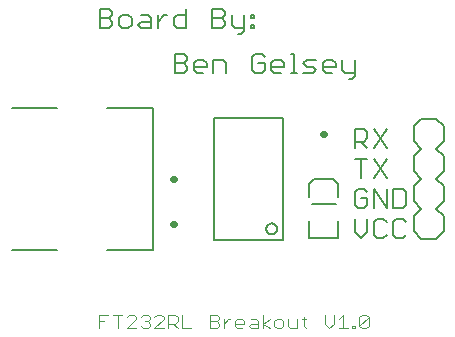
<source format=gto>
G75*
G70*
%OFA0B0*%
%FSLAX24Y24*%
%IPPOS*%
%LPD*%
%AMOC8*
5,1,8,0,0,1.08239X$1,22.5*
%
%ADD10C,0.0060*%
%ADD11C,0.0040*%
%ADD12C,0.0220*%
%ADD13C,0.0080*%
%ADD14C,0.0050*%
D10*
X008410Y004053D02*
X010713Y004053D01*
X010713Y008147D01*
X008410Y008147D01*
X008410Y004053D01*
X010148Y004437D02*
X010150Y004463D01*
X010156Y004489D01*
X010165Y004514D01*
X010178Y004537D01*
X010194Y004558D01*
X010213Y004576D01*
X010235Y004592D01*
X010258Y004604D01*
X010283Y004612D01*
X010309Y004617D01*
X010336Y004618D01*
X010362Y004615D01*
X010387Y004608D01*
X010412Y004598D01*
X010434Y004584D01*
X010455Y004567D01*
X010472Y004548D01*
X010487Y004526D01*
X010498Y004502D01*
X010506Y004476D01*
X010510Y004450D01*
X010510Y004424D01*
X010506Y004398D01*
X010498Y004372D01*
X010487Y004348D01*
X010472Y004326D01*
X010455Y004307D01*
X010434Y004290D01*
X010412Y004276D01*
X010387Y004266D01*
X010362Y004259D01*
X010336Y004256D01*
X010309Y004257D01*
X010283Y004262D01*
X010258Y004270D01*
X010235Y004282D01*
X010213Y004298D01*
X010194Y004316D01*
X010178Y004337D01*
X010165Y004360D01*
X010156Y004385D01*
X010150Y004411D01*
X010148Y004437D01*
X013091Y004344D02*
X013305Y004130D01*
X013518Y004344D01*
X013518Y004771D01*
X013736Y004664D02*
X013736Y004237D01*
X013843Y004130D01*
X014056Y004130D01*
X014163Y004237D01*
X014380Y004237D02*
X014487Y004130D01*
X014701Y004130D01*
X014807Y004237D01*
X014380Y004237D02*
X014380Y004664D01*
X014487Y004771D01*
X014701Y004771D01*
X014807Y004664D01*
X014163Y004664D02*
X014056Y004771D01*
X013843Y004771D01*
X013736Y004664D01*
X013736Y005130D02*
X013736Y005771D01*
X014163Y005130D01*
X014163Y005771D01*
X014380Y005771D02*
X014701Y005771D01*
X014807Y005664D01*
X014807Y005237D01*
X014701Y005130D01*
X014380Y005130D01*
X014380Y005771D01*
X014163Y006130D02*
X013736Y006771D01*
X013518Y006771D02*
X013091Y006771D01*
X013305Y006771D02*
X013305Y006130D01*
X013736Y006130D02*
X014163Y006771D01*
X014163Y007130D02*
X013736Y007771D01*
X013518Y007664D02*
X013518Y007450D01*
X013412Y007344D01*
X013091Y007344D01*
X013305Y007344D02*
X013518Y007130D01*
X013736Y007130D02*
X014163Y007771D01*
X013518Y007664D02*
X013412Y007771D01*
X013091Y007771D01*
X013091Y007130D01*
X013198Y005771D02*
X013091Y005664D01*
X013091Y005237D01*
X013198Y005130D01*
X013412Y005130D01*
X013518Y005237D01*
X013518Y005450D01*
X013305Y005450D01*
X013518Y005664D02*
X013412Y005771D01*
X013198Y005771D01*
X013091Y004771D02*
X013091Y004344D01*
X012998Y009416D02*
X012891Y009416D01*
X012998Y009416D02*
X013104Y009523D01*
X013104Y010057D01*
X012677Y010057D02*
X012677Y009737D01*
X012784Y009630D01*
X013104Y009630D01*
X012460Y009844D02*
X012460Y009950D01*
X012353Y010057D01*
X012140Y010057D01*
X012033Y009950D01*
X012033Y009737D01*
X012140Y009630D01*
X012353Y009630D01*
X012460Y009844D02*
X012033Y009844D01*
X011815Y009737D02*
X011709Y009844D01*
X011495Y009844D01*
X011388Y009950D01*
X011495Y010057D01*
X011815Y010057D01*
X011815Y009737D02*
X011709Y009630D01*
X011388Y009630D01*
X011172Y009630D02*
X010959Y009630D01*
X011065Y009630D02*
X011065Y010271D01*
X010959Y010271D01*
X010741Y009950D02*
X010634Y010057D01*
X010421Y010057D01*
X010314Y009950D01*
X010314Y009737D01*
X010421Y009630D01*
X010634Y009630D01*
X010741Y009844D02*
X010314Y009844D01*
X010096Y009737D02*
X010096Y009950D01*
X009883Y009950D01*
X010096Y009737D02*
X009990Y009630D01*
X009776Y009630D01*
X009669Y009737D01*
X009669Y010164D01*
X009776Y010271D01*
X009990Y010271D01*
X010096Y010164D01*
X010741Y009950D02*
X010741Y009844D01*
X009423Y011023D02*
X009316Y010916D01*
X009209Y010916D01*
X009423Y011023D02*
X009423Y011557D01*
X009640Y011557D02*
X009640Y011450D01*
X009747Y011450D01*
X009747Y011557D01*
X009640Y011557D01*
X009640Y011237D02*
X009640Y011130D01*
X009747Y011130D01*
X009747Y011237D01*
X009640Y011237D01*
X009423Y011130D02*
X009102Y011130D01*
X008996Y011237D01*
X008996Y011557D01*
X008778Y011557D02*
X008778Y011664D01*
X008671Y011771D01*
X008351Y011771D01*
X008351Y011130D01*
X008671Y011130D01*
X008778Y011237D01*
X008778Y011344D01*
X008671Y011450D01*
X008351Y011450D01*
X008671Y011450D02*
X008778Y011557D01*
X007489Y011557D02*
X007169Y011557D01*
X007062Y011450D01*
X007062Y011237D01*
X007169Y011130D01*
X007489Y011130D01*
X007489Y011771D01*
X006845Y011557D02*
X006738Y011557D01*
X006525Y011344D01*
X006525Y011557D02*
X006525Y011130D01*
X006307Y011130D02*
X006307Y011450D01*
X006201Y011557D01*
X005987Y011557D01*
X005987Y011344D02*
X005880Y011237D01*
X005987Y011130D01*
X006307Y011130D01*
X006307Y011344D02*
X005987Y011344D01*
X005663Y011450D02*
X005663Y011237D01*
X005556Y011130D01*
X005343Y011130D01*
X005236Y011237D01*
X005236Y011450D01*
X005343Y011557D01*
X005556Y011557D01*
X005663Y011450D01*
X005018Y011344D02*
X005018Y011237D01*
X004912Y011130D01*
X004591Y011130D01*
X004591Y011771D01*
X004912Y011771D01*
X005018Y011664D01*
X005018Y011557D01*
X004912Y011450D01*
X004591Y011450D01*
X004912Y011450D02*
X005018Y011344D01*
X007091Y010271D02*
X007412Y010271D01*
X007518Y010164D01*
X007518Y010057D01*
X007412Y009950D01*
X007091Y009950D01*
X007412Y009950D02*
X007518Y009844D01*
X007518Y009737D01*
X007412Y009630D01*
X007091Y009630D01*
X007091Y010271D01*
X007736Y009950D02*
X007843Y010057D01*
X008056Y010057D01*
X008163Y009950D01*
X008163Y009844D01*
X007736Y009844D01*
X007736Y009950D02*
X007736Y009737D01*
X007843Y009630D01*
X008056Y009630D01*
X008380Y009630D02*
X008380Y010057D01*
X008701Y010057D01*
X008807Y009950D01*
X008807Y009630D01*
D11*
X004581Y001580D02*
X004581Y001120D01*
X004581Y001350D02*
X004735Y001350D01*
X004581Y001580D02*
X004888Y001580D01*
X005042Y001580D02*
X005349Y001580D01*
X005195Y001580D02*
X005195Y001120D01*
X005502Y001120D02*
X005809Y001427D01*
X005809Y001504D01*
X005732Y001580D01*
X005579Y001580D01*
X005502Y001504D01*
X005962Y001504D02*
X006039Y001580D01*
X006193Y001580D01*
X006269Y001504D01*
X006269Y001427D01*
X006193Y001350D01*
X006269Y001273D01*
X006269Y001197D01*
X006193Y001120D01*
X006039Y001120D01*
X005962Y001197D01*
X005809Y001120D02*
X005502Y001120D01*
X006116Y001350D02*
X006193Y001350D01*
X006423Y001504D02*
X006500Y001580D01*
X006653Y001580D01*
X006730Y001504D01*
X006730Y001427D01*
X006423Y001120D01*
X006730Y001120D01*
X006883Y001120D02*
X006883Y001580D01*
X007113Y001580D01*
X007190Y001504D01*
X007190Y001350D01*
X007113Y001273D01*
X006883Y001273D01*
X007037Y001273D02*
X007190Y001120D01*
X007344Y001120D02*
X007651Y001120D01*
X007344Y001120D02*
X007344Y001580D01*
X008264Y001580D02*
X008264Y001120D01*
X008495Y001120D01*
X008571Y001197D01*
X008571Y001273D01*
X008495Y001350D01*
X008264Y001350D01*
X008264Y001580D02*
X008495Y001580D01*
X008571Y001504D01*
X008571Y001427D01*
X008495Y001350D01*
X008725Y001273D02*
X008878Y001427D01*
X008955Y001427D01*
X009108Y001350D02*
X009185Y001427D01*
X009339Y001427D01*
X009415Y001350D01*
X009415Y001273D01*
X009108Y001273D01*
X009108Y001197D02*
X009108Y001350D01*
X009108Y001197D02*
X009185Y001120D01*
X009339Y001120D01*
X009569Y001197D02*
X009646Y001273D01*
X009876Y001273D01*
X009876Y001350D02*
X009876Y001120D01*
X009646Y001120D01*
X009569Y001197D01*
X009646Y001427D02*
X009799Y001427D01*
X009876Y001350D01*
X010029Y001273D02*
X010259Y001427D01*
X010413Y001350D02*
X010413Y001197D01*
X010490Y001120D01*
X010643Y001120D01*
X010720Y001197D01*
X010720Y001350D01*
X010643Y001427D01*
X010490Y001427D01*
X010413Y001350D01*
X010259Y001120D02*
X010029Y001273D01*
X010029Y001120D02*
X010029Y001580D01*
X010873Y001427D02*
X010873Y001197D01*
X010950Y001120D01*
X011180Y001120D01*
X011180Y001427D01*
X011334Y001427D02*
X011487Y001427D01*
X011410Y001504D02*
X011410Y001197D01*
X011487Y001120D01*
X012101Y001273D02*
X012101Y001580D01*
X012101Y001273D02*
X012254Y001120D01*
X012408Y001273D01*
X012408Y001580D01*
X012561Y001427D02*
X012715Y001580D01*
X012715Y001120D01*
X012868Y001120D02*
X012561Y001120D01*
X013022Y001120D02*
X013099Y001120D01*
X013099Y001197D01*
X013022Y001197D01*
X013022Y001120D01*
X013252Y001197D02*
X013559Y001504D01*
X013559Y001197D01*
X013482Y001120D01*
X013329Y001120D01*
X013252Y001197D01*
X013252Y001504D01*
X013329Y001580D01*
X013482Y001580D01*
X013559Y001504D01*
X008725Y001427D02*
X008725Y001120D01*
D12*
X007073Y004600D02*
X007049Y004600D01*
X007049Y006100D02*
X007073Y006100D01*
X012049Y007600D02*
X012073Y007600D01*
D13*
X012376Y006084D02*
X011746Y006084D01*
X011589Y005927D01*
X011589Y005494D01*
X012376Y006084D02*
X012534Y005927D01*
X012534Y005494D01*
X012534Y004706D02*
X012534Y004116D01*
X011589Y004116D01*
X011589Y004706D01*
X015061Y004850D02*
X015061Y004350D01*
X015311Y004100D01*
X015811Y004100D01*
X016061Y004350D01*
X016061Y004850D01*
X015811Y005100D01*
X016061Y005350D01*
X016061Y005850D01*
X015811Y006100D01*
X016061Y006350D01*
X016061Y006850D01*
X015811Y007100D01*
X016061Y007350D01*
X016061Y007850D01*
X015811Y008100D01*
X015311Y008100D01*
X015061Y007850D01*
X015061Y007350D01*
X015311Y007100D01*
X015061Y006850D01*
X015061Y006350D01*
X015311Y006100D01*
X015061Y005850D01*
X015061Y005350D01*
X015311Y005100D01*
X015061Y004850D01*
X006360Y003738D02*
X006360Y008462D01*
X004825Y008462D01*
X003171Y008462D02*
X001675Y008462D01*
X001675Y003738D02*
X003171Y003738D01*
X004825Y003738D02*
X006360Y003738D01*
D14*
X011661Y005250D02*
X012461Y005250D01*
M02*

</source>
